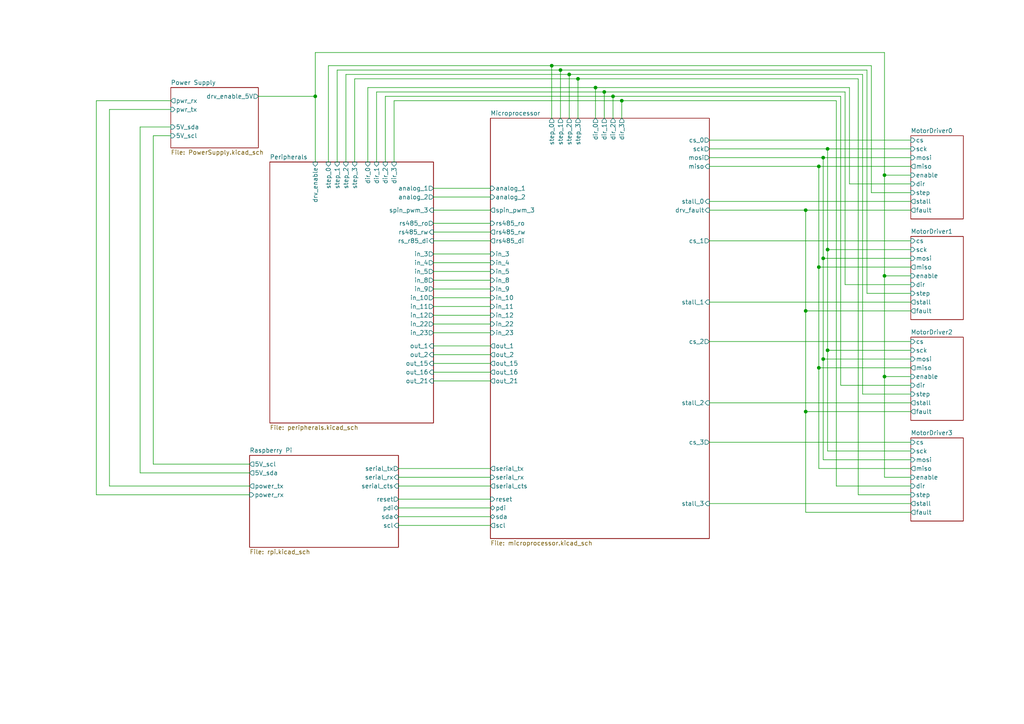
<source format=kicad_sch>
(kicad_sch (version 20230121) (generator eeschema)
  (paper "A4")
  (title_block (title "Main Page") (date "2022-10-26") (company "Buildbotics LLC") (comment 1 "Copyright (c) 2016-2023, Buildbotics LLC") (comment 2 "Licensed under CERN-OHL-S v2 "))
  (lib_symbols)
  (junction (at 256.54 109.22))
  (junction (at 238.76 45.72))
  (junction (at 238.76 74.93))
  (junction (at 240.03 43.18))
  (junction (at 175.26 26.67))
  (junction (at 233.68 119.38))
  (junction (at 238.76 104.14))
  (junction (at 237.49 77.47))
  (junction (at 240.03 72.39))
  (junction (at 91.44 27.94))
  (junction (at 172.72 25.4))
  (junction (at 167.64 22.86))
  (junction (at 240.03 101.6))
  (junction (at 233.68 90.17))
  (junction (at 256.54 80.01))
  (junction (at 256.54 50.8))
  (junction (at 180.34 29.21))
  (junction (at 160.02 19.05))
  (junction (at 177.8 27.94))
  (junction (at 233.68 60.96))
  (junction (at 165.1 21.59))
  (junction (at 237.49 106.68))
  (junction (at 237.49 48.26))
  (junction (at 162.56 20.32))
  (wire (pts (xy 125.73 60.96) (xy 142.24 60.96)))
  (wire (pts (xy 180.34 29.21) (xy 180.34 34.29)))
  (wire (pts (xy 167.64 22.86) (xy 167.64 34.29)))
  (wire (pts (xy 125.73 107.95) (xy 142.24 107.95)))
  (wire (pts (xy 252.73 19.05) (xy 252.73 55.88)))
  (wire (pts (xy 205.74 60.96) (xy 233.68 60.96)))
  (wire (pts (xy 250.19 114.3) (xy 250.19 21.59)))
  (wire (pts (xy 205.74 99.06) (xy 264.16 99.06)))
  (wire (pts (xy 106.68 46.99) (xy 106.68 25.4)))
  (wire (pts (xy 114.3 46.99) (xy 114.3 29.21)))
  (wire (pts (xy 237.49 48.26) (xy 264.16 48.26)))
  (wire (pts (xy 160.02 19.05) (xy 160.02 34.29)))
  (wire (pts (xy 246.38 53.34) (xy 264.16 53.34)))
  (wire (pts (xy 95.25 19.05) (xy 160.02 19.05)))
  (wire (pts (xy 252.73 55.88) (xy 264.16 55.88)))
  (wire (pts (xy 162.56 20.32) (xy 97.79 20.32)))
  (wire (pts (xy 242.57 29.21) (xy 242.57 140.97)))
  (wire (pts (xy 205.74 45.72) (xy 238.76 45.72)))
  (wire (pts (xy 233.68 60.96) (xy 233.68 90.17)))
  (wire (pts (xy 256.54 138.43) (xy 264.16 138.43)))
  (wire (pts (xy 95.25 46.99) (xy 95.25 19.05)))
  (wire (pts (xy 49.53 36.83) (xy 40.64 36.83)))
  (wire (pts (xy 125.73 73.66) (xy 142.24 73.66)))
  (wire (pts (xy 233.68 119.38) (xy 233.68 90.17)))
  (wire (pts (xy 172.72 25.4) (xy 246.38 25.4)))
  (wire (pts (xy 125.73 54.61) (xy 142.24 54.61)))
  (wire (pts (xy 160.02 19.05) (xy 252.73 19.05)))
  (wire (pts (xy 165.1 21.59) (xy 250.19 21.59)))
  (wire (pts (xy 242.57 140.97) (xy 264.16 140.97)))
  (wire (pts (xy 233.68 148.59) (xy 233.68 119.38)))
  (wire (pts (xy 125.73 57.15) (xy 142.24 57.15)))
  (wire (pts (xy 115.57 152.4) (xy 142.24 152.4)))
  (wire (pts (xy 238.76 74.93) (xy 238.76 104.14)))
  (wire (pts (xy 180.34 29.21) (xy 242.57 29.21)))
  (wire (pts (xy 264.16 119.38) (xy 233.68 119.38)))
  (wire (pts (xy 125.73 64.77) (xy 142.24 64.77)))
  (wire (pts (xy 102.87 46.99) (xy 102.87 22.86)))
  (wire (pts (xy 125.73 81.28) (xy 142.24 81.28)))
  (wire (pts (xy 175.26 26.67) (xy 175.26 34.29)))
  (wire (pts (xy 240.03 101.6) (xy 240.03 130.81)))
  (wire (pts (xy 177.8 27.94) (xy 177.8 34.29)))
  (wire (pts (xy 245.11 82.55) (xy 245.11 26.67)))
  (wire (pts (xy 233.68 90.17) (xy 264.16 90.17)))
  (wire (pts (xy 238.76 104.14) (xy 264.16 104.14)))
  (wire (pts (xy 238.76 104.14) (xy 238.76 133.35)))
  (wire (pts (xy 240.03 72.39) (xy 240.03 101.6)))
  (wire (pts (xy 125.73 88.9) (xy 142.24 88.9)))
  (wire (pts (xy 115.57 149.86) (xy 142.24 149.86)))
  (wire (pts (xy 31.75 140.97) (xy 31.75 31.75)))
  (wire (pts (xy 31.75 31.75) (xy 49.53 31.75)))
  (wire (pts (xy 165.1 34.29) (xy 165.1 21.59)))
  (wire (pts (xy 91.44 15.24) (xy 256.54 15.24)))
  (wire (pts (xy 264.16 106.68) (xy 237.49 106.68)))
  (wire (pts (xy 237.49 77.47) (xy 237.49 48.26)))
  (wire (pts (xy 256.54 80.01) (xy 256.54 109.22)))
  (wire (pts (xy 125.73 69.85) (xy 142.24 69.85)))
  (wire (pts (xy 111.76 46.99) (xy 111.76 27.94)))
  (wire (pts (xy 243.84 27.94) (xy 243.84 111.76)))
  (wire (pts (xy 205.74 69.85) (xy 264.16 69.85)))
  (wire (pts (xy 264.16 114.3) (xy 250.19 114.3)))
  (wire (pts (xy 205.74 58.42) (xy 264.16 58.42)))
  (wire (pts (xy 248.92 143.51) (xy 264.16 143.51)))
  (wire (pts (xy 125.73 76.2) (xy 142.24 76.2)))
  (wire (pts (xy 175.26 26.67) (xy 245.11 26.67)))
  (wire (pts (xy 240.03 72.39) (xy 264.16 72.39)))
  (wire (pts (xy 44.45 134.62) (xy 44.45 39.37)))
  (wire (pts (xy 91.44 27.94) (xy 91.44 15.24)))
  (wire (pts (xy 177.8 27.94) (xy 243.84 27.94)))
  (wire (pts (xy 256.54 109.22) (xy 264.16 109.22)))
  (wire (pts (xy 115.57 147.32) (xy 142.24 147.32)))
  (wire (pts (xy 91.44 27.94) (xy 91.44 46.99)))
  (wire (pts (xy 115.57 144.78) (xy 142.24 144.78)))
  (wire (pts (xy 172.72 25.4) (xy 172.72 34.29)))
  (wire (pts (xy 240.03 43.18) (xy 264.16 43.18)))
  (wire (pts (xy 264.16 85.09) (xy 251.46 85.09)))
  (wire (pts (xy 40.64 36.83) (xy 40.64 137.16)))
  (wire (pts (xy 238.76 45.72) (xy 264.16 45.72)))
  (wire (pts (xy 125.73 93.98) (xy 142.24 93.98)))
  (wire (pts (xy 246.38 25.4) (xy 246.38 53.34)))
  (wire (pts (xy 125.73 91.44) (xy 142.24 91.44)))
  (wire (pts (xy 49.53 29.21) (xy 27.94 29.21)))
  (wire (pts (xy 264.16 148.59) (xy 233.68 148.59)))
  (wire (pts (xy 240.03 130.81) (xy 264.16 130.81)))
  (wire (pts (xy 125.73 78.74) (xy 142.24 78.74)))
  (wire (pts (xy 233.68 60.96) (xy 264.16 60.96)))
  (wire (pts (xy 125.73 67.31) (xy 142.24 67.31)))
  (wire (pts (xy 251.46 85.09) (xy 251.46 20.32)))
  (wire (pts (xy 40.64 137.16) (xy 72.39 137.16)))
  (wire (pts (xy 125.73 83.82) (xy 142.24 83.82)))
  (wire (pts (xy 125.73 96.52) (xy 142.24 96.52)))
  (wire (pts (xy 125.73 100.33) (xy 142.24 100.33)))
  (wire (pts (xy 27.94 29.21) (xy 27.94 143.51)))
  (wire (pts (xy 115.57 138.43) (xy 142.24 138.43)))
  (wire (pts (xy 248.92 22.86) (xy 248.92 143.51)))
  (wire (pts (xy 115.57 140.97) (xy 142.24 140.97)))
  (wire (pts (xy 238.76 45.72) (xy 238.76 74.93)))
  (wire (pts (xy 109.22 26.67) (xy 109.22 46.99)))
  (wire (pts (xy 256.54 50.8) (xy 264.16 50.8)))
  (wire (pts (xy 125.73 102.87) (xy 142.24 102.87)))
  (wire (pts (xy 111.76 27.94) (xy 177.8 27.94)))
  (wire (pts (xy 125.73 105.41) (xy 142.24 105.41)))
  (wire (pts (xy 125.73 86.36) (xy 142.24 86.36)))
  (wire (pts (xy 205.74 146.05) (xy 264.16 146.05)))
  (wire (pts (xy 167.64 22.86) (xy 248.92 22.86)))
  (wire (pts (xy 240.03 43.18) (xy 240.03 72.39)))
  (wire (pts (xy 74.93 27.94) (xy 91.44 27.94)))
  (wire (pts (xy 205.74 128.27) (xy 264.16 128.27)))
  (wire (pts (xy 205.74 48.26) (xy 237.49 48.26)))
  (wire (pts (xy 205.74 40.64) (xy 264.16 40.64)))
  (wire (pts (xy 256.54 109.22) (xy 256.54 138.43)))
  (wire (pts (xy 240.03 101.6) (xy 264.16 101.6)))
  (wire (pts (xy 114.3 29.21) (xy 180.34 29.21)))
  (wire (pts (xy 72.39 134.62) (xy 44.45 134.62)))
  (wire (pts (xy 106.68 25.4) (xy 172.72 25.4)))
  (wire (pts (xy 205.74 43.18) (xy 240.03 43.18)))
  (wire (pts (xy 27.94 143.51) (xy 72.39 143.51)))
  (wire (pts (xy 256.54 50.8) (xy 256.54 80.01)))
  (wire (pts (xy 109.22 26.67) (xy 175.26 26.67)))
  (wire (pts (xy 102.87 22.86) (xy 167.64 22.86)))
  (wire (pts (xy 256.54 15.24) (xy 256.54 50.8)))
  (wire (pts (xy 205.74 116.84) (xy 264.16 116.84)))
  (wire (pts (xy 238.76 133.35) (xy 264.16 133.35)))
  (wire (pts (xy 264.16 77.47) (xy 237.49 77.47)))
  (wire (pts (xy 245.11 82.55) (xy 264.16 82.55)))
  (wire (pts (xy 97.79 20.32) (xy 97.79 46.99)))
  (wire (pts (xy 238.76 74.93) (xy 264.16 74.93)))
  (wire (pts (xy 44.45 39.37) (xy 49.53 39.37)))
  (wire (pts (xy 72.39 140.97) (xy 31.75 140.97)))
  (wire (pts (xy 237.49 106.68) (xy 237.49 77.47)))
  (wire (pts (xy 100.33 21.59) (xy 165.1 21.59)))
  (wire (pts (xy 125.73 110.49) (xy 142.24 110.49)))
  (wire (pts (xy 264.16 135.89) (xy 237.49 135.89)))
  (wire (pts (xy 237.49 135.89) (xy 237.49 106.68)))
  (wire (pts (xy 243.84 111.76) (xy 264.16 111.76)))
  (wire (pts (xy 162.56 20.32) (xy 162.56 34.29)))
  (wire (pts (xy 100.33 21.59) (xy 100.33 46.99)))
  (wire (pts (xy 256.54 80.01) (xy 264.16 80.01)))
  (wire (pts (xy 205.74 87.63) (xy 264.16 87.63)))
  (wire (pts (xy 115.57 135.89) (xy 142.24 135.89)))
  (wire (pts (xy 251.46 20.32) (xy 162.56 20.32)))
  (sheet (at 264.16 39.37) (size 15.24 24.13) (stroke (width 0.1524))
    (property "Sheetname" "MotorDriver0" (at 264.16 38.6584 0) (effects (justify left bottom)))
    (property "Sheetfile" "MotorDriver.kicad_sch" (effects hide))
    (pin "cs" input (at 264.16 40.64 180))
    (pin "enable" input (at 264.16 50.8 180))
    (pin "step" input (at 264.16 55.88 180))
    (pin "sck" input (at 264.16 43.18 180))
    (pin "dir" input (at 264.16 53.34 180))
    (pin "mosi" input (at 264.16 45.72 180))
    (pin "miso" output (at 264.16 48.26 180))
    (pin "fault" output (at 264.16 60.96 180))
    (pin "stall" output (at 264.16 58.42 180))
  )
  (sheet (at 49.53 25.4) (size 25.4 17.474) (stroke (width 0.1524))
    (property "Sheetname" "Power Supply" (at 49.53 24.6884 0) (effects (justify left bottom)))
    (property "Sheetfile" "PowerSupply.kicad_sch" (at 49.53 43.4586 0) (effects (justify left top)))
    (pin "pwr_rx" output (at 49.53 29.21 180))
    (pin "drv_enable_5V" output (at 74.93 27.94 0))
    (pin "pwr_tx" input (at 49.53 31.75 180))
    (pin "5V_scl" input (at 49.53 39.37 180))
    (pin "5V_sda" input (at 49.53 36.83 180))
  )
  (sheet (at 72.39 132.08) (size 43.18 26.67) (stroke (width 0.1524))
    (property "Sheetname" "Raspberry Pi" (at 72.39 131.3684 0) (effects (justify left bottom)))
    (property "Sheetfile" "rpi.kicad_sch" (at 72.39 159.3346 0) (effects (justify left top)))
    (pin "serial_cts" input (at 115.57 140.97 0))
    (pin "pdi" bidirectional (at 115.57 147.32 0))
    (pin "scl" input (at 115.57 152.4 0))
    (pin "sda" bidirectional (at 115.57 149.86 0))
    (pin "reset" output (at 115.57 144.78 0))
    (pin "5V_scl" output (at 72.39 134.62 180))
    (pin "5V_sda" output (at 72.39 137.16 180))
    (pin "power_rx" input (at 72.39 143.51 180))
    (pin "power_tx" output (at 72.39 140.97 180))
    (pin "serial_rx" input (at 115.57 138.43 0))
    (pin "serial_tx" output (at 115.57 135.89 0))
  )
  (sheet (at 264.16 127) (size 15.24 24.13) (stroke (width 0.1524))
    (property "Sheetname" "MotorDriver3" (at 264.16 126.2884 0) (effects (justify left bottom)))
    (property "Sheetfile" "MotorDriver.kicad_sch" (effects hide))
    (pin "cs" input (at 264.16 128.27 180))
    (pin "enable" input (at 264.16 138.43 180))
    (pin "step" input (at 264.16 143.51 180))
    (pin "sck" input (at 264.16 130.81 180))
    (pin "dir" input (at 264.16 140.97 180))
    (pin "mosi" input (at 264.16 133.35 180))
    (pin "miso" output (at 264.16 135.89 180))
    (pin "fault" output (at 264.16 148.59 180))
    (pin "stall" output (at 264.16 146.05 180))
  )
  (sheet (at 142.24 34.29) (size 63.5 121.92) (stroke (width 0.1524))
    (property "Sheetname" "Microprocessor" (at 142.24 33.5784 0) (effects (justify left bottom)))
    (property "Sheetfile" "microprocessor.kicad_sch" (at 142.24 156.7946 0) (effects (justify left top)))
    (pin "stall_0" input (at 205.74 58.42 0))
    (pin "stall_1" input (at 205.74 87.63 0))
    (pin "stall_2" input (at 205.74 116.84 0))
    (pin "stall_3" input (at 205.74 146.05 0))
    (pin "drv_fault" input (at 205.74 60.96 0))
    (pin "cs_1" output (at 205.74 69.85 0))
    (pin "cs_3" output (at 205.74 128.27 0))
    (pin "cs_0" output (at 205.74 40.64 0))
    (pin "cs_2" output (at 205.74 99.06 0))
    (pin "sck" output (at 205.74 43.18 0))
    (pin "miso" input (at 205.74 48.26 0))
    (pin "mosi" output (at 205.74 45.72 0))
    (pin "step_2" output (at 165.1 34.29 90))
    (pin "step_0" output (at 160.02 34.29 90))
    (pin "step_1" output (at 162.56 34.29 90))
    (pin "dir_0" output (at 172.72 34.29 90))
    (pin "step_3" output (at 167.64 34.29 90))
    (pin "dir_1" output (at 175.26 34.29 90))
    (pin "dir_2" output (at 177.8 34.29 90))
    (pin "dir_3" output (at 180.34 34.29 90))
    (pin "analog_1" input (at 142.24 54.61 180))
    (pin "analog_2" input (at 142.24 57.15 180))
    (pin "rs485_rw" output (at 142.24 67.31 180))
    (pin "rs485_ro" input (at 142.24 64.77 180))
    (pin "rs485_di" output (at 142.24 69.85 180))
    (pin "in_10" input (at 142.24 86.36 180))
    (pin "in_8" input (at 142.24 81.28 180))
    (pin "in_4" input (at 142.24 76.2 180))
    (pin "in_12" input (at 142.24 91.44 180))
    (pin "in_5" input (at 142.24 78.74 180))
    (pin "in_3" input (at 142.24 73.66 180))
    (pin "in_9" input (at 142.24 83.82 180))
    (pin "in_11" input (at 142.24 88.9 180))
    (pin "in_22" input (at 142.24 93.98 180))
    (pin "in_23" input (at 142.24 96.52 180))
    (pin "out_1" output (at 142.24 100.33 180))
    (pin "out_2" output (at 142.24 102.87 180))
    (pin "out_21" output (at 142.24 110.49 180))
    (pin "out_15" output (at 142.24 105.41 180))
    (pin "out_16" output (at 142.24 107.95 180))
    (pin "serial_cts" output (at 142.24 140.97 180))
    (pin "sda" bidirectional (at 142.24 149.86 180))
    (pin "pdi" bidirectional (at 142.24 147.32 180))
    (pin "reset" input (at 142.24 144.78 180))
    (pin "serial_tx" output (at 142.24 135.89 180))
    (pin "serial_rx" input (at 142.24 138.43 180))
    (pin "scl" output (at 142.24 152.4 180))
    (pin "spin_pwm_3" output (at 142.24 60.96 180))
  )
  (sheet (at 264.16 68.58) (size 15.24 24.13) (stroke (width 0.1524))
    (property "Sheetname" "MotorDriver1" (at 264.16 67.8684 0) (effects (justify left bottom)))
    (property "Sheetfile" "MotorDriver.kicad_sch" (effects hide))
    (pin "cs" input (at 264.16 69.85 180))
    (pin "enable" input (at 264.16 80.01 180))
    (pin "step" input (at 264.16 85.09 180))
    (pin "sck" input (at 264.16 72.39 180))
    (pin "dir" input (at 264.16 82.55 180))
    (pin "mosi" input (at 264.16 74.93 180))
    (pin "miso" output (at 264.16 77.47 180))
    (pin "fault" output (at 264.16 90.17 180))
    (pin "stall" output (at 264.16 87.63 180))
  )
  (sheet (at 78.25 46.99) (size 47.48 75.692) (stroke (width 0.1524))
    (property "Sheetname" "Peripherals" (at 78.25 46.2784 0) (effects (justify left bottom)))
    (property "Sheetfile" "peripherals.kicad_sch" (at 78.25 123.2666 0) (effects (justify left top)))
    (pin "step_0" input (at 95.25 46.99 90))
    (pin "dir_1" input (at 109.22 46.99 90))
    (pin "dir_2" input (at 111.76 46.99 90))
    (pin "dir_3" input (at 114.3 46.99 90))
    (pin "dir_0" input (at 106.68 46.99 90))
    (pin "drv_enable" input (at 91.44 46.99 90))
    (pin "step_3" input (at 102.87 46.99 90))
    (pin "step_2" input (at 100.33 46.99 90))
    (pin "step_1" input (at 97.79 46.99 90))
    (pin "analog_1" output (at 125.73 54.61 0))
    (pin "analog_2" output (at 125.73 57.15 0))
    (pin "rs485_ro" output (at 125.73 64.77 0))
    (pin "rs485_rw" input (at 125.73 67.31 0))
    (pin "rs_r85_di" input (at 125.73 69.85 0))
    (pin "in_11" output (at 125.73 88.9 0))
    (pin "in_12" output (at 125.73 91.44 0))
    (pin "in_5" output (at 125.73 78.74 0))
    (pin "in_9" output (at 125.73 83.82 0))
    (pin "in_8" output (at 125.73 81.28 0))
    (pin "in_10" output (at 125.73 86.36 0))
    (pin "in_4" output (at 125.73 76.2 0))
    (pin "in_3" output (at 125.73 73.66 0))
    (pin "in_22" output (at 125.73 93.98 0))
    (pin "in_23" output (at 125.73 96.52 0))
    (pin "out_21" input (at 125.73 110.49 0))
    (pin "out_16" input (at 125.73 107.95 0))
    (pin "out_2" input (at 125.73 102.87 0))
    (pin "out_15" input (at 125.73 105.41 0))
    (pin "out_1" input (at 125.73 100.33 0))
    (pin "spin_pwm_3" input (at 125.73 60.96 0))
  )
  (sheet (at 264.16 97.79) (size 15.24 24.13) (stroke (width 0.1524))
    (property "Sheetname" "MotorDriver2" (at 264.16 97.0784 0) (effects (justify left bottom)))
    (property "Sheetfile" "MotorDriver.kicad_sch" (effects hide))
    (pin "cs" input (at 264.16 99.06 180))
    (pin "enable" input (at 264.16 109.22 180))
    (pin "step" input (at 264.16 114.3 180))
    (pin "sck" input (at 264.16 101.6 180))
    (pin "dir" input (at 264.16 111.76 180))
    (pin "mosi" input (at 264.16 104.14 180))
    (pin "miso" output (at 264.16 106.68 180))
    (pin "fault" output (at 264.16 119.38 180))
    (pin "stall" output (at 264.16 116.84 180))
  )
)
</source>
